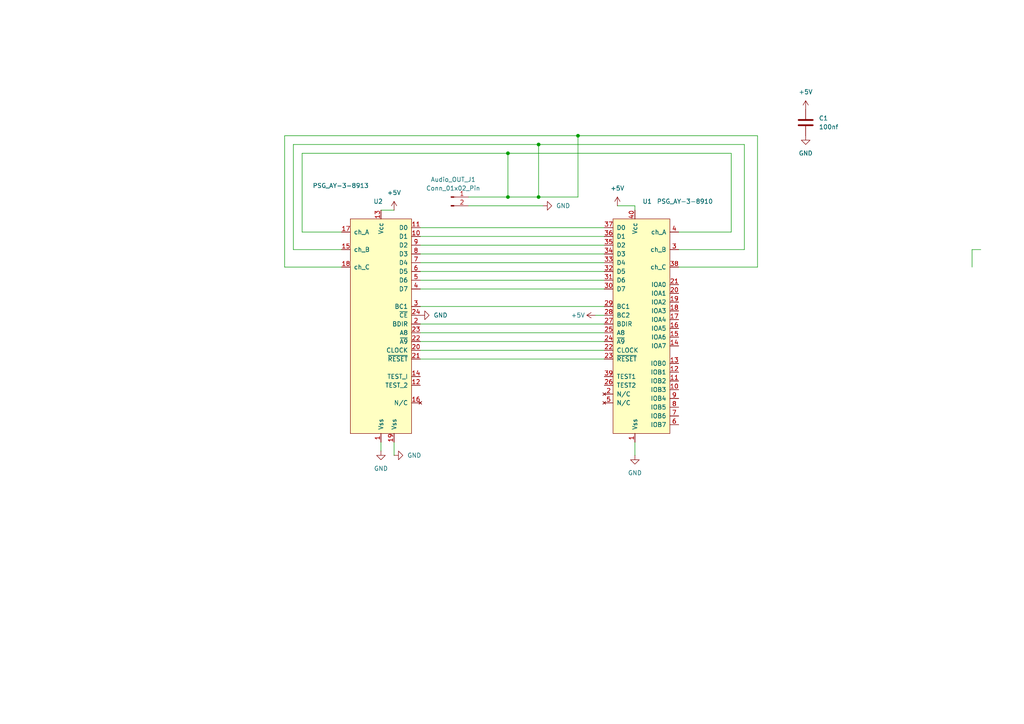
<source format=kicad_sch>
(kicad_sch
	(version 20231120)
	(generator "eeschema")
	(generator_version "8.0")
	(uuid "7974acf8-5d13-4c70-86b5-036fa6790939")
	(paper "A4")
	(title_block
		(title "8913-8910 Adapter Angle L")
		(date "2024-06-27")
		(rev "1.0a")
	)
	(lib_symbols
		(symbol "8bits:PSG_AY-3-8910"
			(pin_names
				(offset 1.016)
			)
			(exclude_from_sim no)
			(in_bom yes)
			(on_board yes)
			(property "Reference" "U1"
				(at 0.9241 34.29 0)
				(effects
					(font
						(size 1.27 1.27)
					)
					(justify left)
				)
			)
			(property "Value" "PSG_AY-3-8910"
				(at 5.08 34.29 0)
				(effects
					(font
						(size 1.27 1.27)
					)
					(justify left)
				)
			)
			(property "Footprint" "Package_DIP:DIP-40_W15.24mm_Socket"
				(at 1.27 30.48 0)
				(effects
					(font
						(size 1.27 1.27)
					)
					(hide yes)
				)
			)
			(property "Datasheet" "map.grauw.nl/resources/sound/generalinstrument_ay-3-8910.pdf"
				(at 1.27 30.48 0)
				(effects
					(font
						(size 1.27 1.27)
					)
					(hide yes)
				)
			)
			(property "Description" "3 Chanel Programable Sound Generator + 16 I/O"
				(at 0 0 0)
				(effects
					(font
						(size 1.27 1.27)
					)
					(hide yes)
				)
			)
			(property "ki_fp_filters" "Package_DIP:DIP-40_W15.24mm*"
				(at 0 0 0)
				(effects
					(font
						(size 1.27 1.27)
					)
					(hide yes)
				)
			)
			(symbol "PSG_AY-3-8910_0_1"
				(rectangle
					(start -7.62 29.21)
					(end 8.89 -33.02)
					(stroke
						(width 0)
						(type default)
					)
					(fill
						(type background)
					)
				)
			)
			(symbol "PSG_AY-3-8910_1_1"
				(pin power_in line
					(at -1.27 -35.56 90)
					(length 2.54)
					(name "Vss"
						(effects
							(font
								(size 1.27 1.27)
							)
						)
					)
					(number "1"
						(effects
							(font
								(size 1.27 1.27)
							)
						)
					)
				)
				(pin bidirectional line
					(at 11.43 -20.32 180)
					(length 2.54)
					(name "IOB3"
						(effects
							(font
								(size 1.27 1.27)
							)
						)
					)
					(number "10"
						(effects
							(font
								(size 1.27 1.27)
							)
						)
					)
				)
				(pin bidirectional line
					(at 11.43 -17.78 180)
					(length 2.54)
					(name "IOB2"
						(effects
							(font
								(size 1.27 1.27)
							)
						)
					)
					(number "11"
						(effects
							(font
								(size 1.27 1.27)
							)
						)
					)
				)
				(pin bidirectional line
					(at 11.43 -15.24 180)
					(length 2.54)
					(name "IOB1"
						(effects
							(font
								(size 1.27 1.27)
							)
						)
					)
					(number "12"
						(effects
							(font
								(size 1.27 1.27)
							)
						)
					)
				)
				(pin bidirectional line
					(at 11.43 -12.7 180)
					(length 2.54)
					(name "IOB0"
						(effects
							(font
								(size 1.27 1.27)
							)
						)
					)
					(number "13"
						(effects
							(font
								(size 1.27 1.27)
							)
						)
					)
				)
				(pin bidirectional line
					(at 11.43 -7.62 180)
					(length 2.54)
					(name "IOA7"
						(effects
							(font
								(size 1.27 1.27)
							)
						)
					)
					(number "14"
						(effects
							(font
								(size 1.27 1.27)
							)
						)
					)
				)
				(pin bidirectional line
					(at 11.43 -5.08 180)
					(length 2.54)
					(name "IOA6"
						(effects
							(font
								(size 1.27 1.27)
							)
						)
					)
					(number "15"
						(effects
							(font
								(size 1.27 1.27)
							)
						)
					)
				)
				(pin bidirectional line
					(at 11.43 -2.54 180)
					(length 2.54)
					(name "IOA5"
						(effects
							(font
								(size 1.27 1.27)
							)
						)
					)
					(number "16"
						(effects
							(font
								(size 1.27 1.27)
							)
						)
					)
				)
				(pin bidirectional line
					(at 11.43 0 180)
					(length 2.54)
					(name "IOA4"
						(effects
							(font
								(size 1.27 1.27)
							)
						)
					)
					(number "17"
						(effects
							(font
								(size 1.27 1.27)
							)
						)
					)
				)
				(pin bidirectional line
					(at 11.43 2.54 180)
					(length 2.54)
					(name "IOA3"
						(effects
							(font
								(size 1.27 1.27)
							)
						)
					)
					(number "18"
						(effects
							(font
								(size 1.27 1.27)
							)
						)
					)
				)
				(pin bidirectional line
					(at 11.43 5.08 180)
					(length 2.54)
					(name "IOA2"
						(effects
							(font
								(size 1.27 1.27)
							)
						)
					)
					(number "19"
						(effects
							(font
								(size 1.27 1.27)
							)
						)
					)
				)
				(pin no_connect line
					(at -10.16 -21.59 0)
					(length 2.54)
					(name "N/C"
						(effects
							(font
								(size 1.27 1.27)
							)
						)
					)
					(number "2"
						(effects
							(font
								(size 1.27 1.27)
							)
						)
					)
				)
				(pin bidirectional line
					(at 11.43 7.62 180)
					(length 2.54)
					(name "IOA1"
						(effects
							(font
								(size 1.27 1.27)
							)
						)
					)
					(number "20"
						(effects
							(font
								(size 1.27 1.27)
							)
						)
					)
				)
				(pin bidirectional line
					(at 11.43 10.16 180)
					(length 2.54)
					(name "IOA0"
						(effects
							(font
								(size 1.27 1.27)
							)
						)
					)
					(number "21"
						(effects
							(font
								(size 1.27 1.27)
							)
						)
					)
				)
				(pin input line
					(at -10.16 -8.89 0)
					(length 2.54)
					(name "CLOCK"
						(effects
							(font
								(size 1.27 1.27)
							)
						)
					)
					(number "22"
						(effects
							(font
								(size 1.27 1.27)
							)
						)
					)
				)
				(pin input line
					(at -10.16 -11.43 0)
					(length 2.54)
					(name "~{RESET}"
						(effects
							(font
								(size 1.27 1.27)
							)
						)
					)
					(number "23"
						(effects
							(font
								(size 1.27 1.27)
							)
						)
					)
				)
				(pin input line
					(at -10.16 -6.35 0)
					(length 2.54)
					(name "~{A9}"
						(effects
							(font
								(size 1.27 1.27)
							)
						)
					)
					(number "24"
						(effects
							(font
								(size 1.27 1.27)
							)
						)
					)
				)
				(pin input line
					(at -10.16 -3.81 0)
					(length 2.54)
					(name "A8"
						(effects
							(font
								(size 1.27 1.27)
							)
						)
					)
					(number "25"
						(effects
							(font
								(size 1.27 1.27)
							)
						)
					)
				)
				(pin input line
					(at -10.16 -19.05 0)
					(length 2.54)
					(name "TEST2"
						(effects
							(font
								(size 1.27 1.27)
							)
						)
					)
					(number "26"
						(effects
							(font
								(size 1.27 1.27)
							)
						)
					)
				)
				(pin input line
					(at -10.16 -1.27 0)
					(length 2.54)
					(name "BDIR"
						(effects
							(font
								(size 1.27 1.27)
							)
						)
					)
					(number "27"
						(effects
							(font
								(size 1.27 1.27)
							)
						)
					)
				)
				(pin input line
					(at -10.16 1.27 0)
					(length 2.54)
					(name "BC2"
						(effects
							(font
								(size 1.27 1.27)
							)
						)
					)
					(number "28"
						(effects
							(font
								(size 1.27 1.27)
							)
						)
					)
				)
				(pin input line
					(at -10.16 3.81 0)
					(length 2.54)
					(name "BC1"
						(effects
							(font
								(size 1.27 1.27)
							)
						)
					)
					(number "29"
						(effects
							(font
								(size 1.27 1.27)
							)
						)
					)
				)
				(pin output line
					(at 11.43 20.32 180)
					(length 2.54)
					(name "ch_B"
						(effects
							(font
								(size 1.27 1.27)
							)
						)
					)
					(number "3"
						(effects
							(font
								(size 1.27 1.27)
							)
						)
					)
				)
				(pin bidirectional line
					(at -10.16 8.89 0)
					(length 2.54)
					(name "D7"
						(effects
							(font
								(size 1.27 1.27)
							)
						)
					)
					(number "30"
						(effects
							(font
								(size 1.27 1.27)
							)
						)
					)
				)
				(pin bidirectional line
					(at -10.16 11.43 0)
					(length 2.54)
					(name "D6"
						(effects
							(font
								(size 1.27 1.27)
							)
						)
					)
					(number "31"
						(effects
							(font
								(size 1.27 1.27)
							)
						)
					)
				)
				(pin bidirectional line
					(at -10.16 13.97 0)
					(length 2.54)
					(name "D5"
						(effects
							(font
								(size 1.27 1.27)
							)
						)
					)
					(number "32"
						(effects
							(font
								(size 1.27 1.27)
							)
						)
					)
				)
				(pin bidirectional line
					(at -10.16 16.51 0)
					(length 2.54)
					(name "D4"
						(effects
							(font
								(size 1.27 1.27)
							)
						)
					)
					(number "33"
						(effects
							(font
								(size 1.27 1.27)
							)
						)
					)
				)
				(pin bidirectional line
					(at -10.16 19.05 0)
					(length 2.54)
					(name "D3"
						(effects
							(font
								(size 1.27 1.27)
							)
						)
					)
					(number "34"
						(effects
							(font
								(size 1.27 1.27)
							)
						)
					)
				)
				(pin bidirectional line
					(at -10.16 21.59 0)
					(length 2.54)
					(name "D2"
						(effects
							(font
								(size 1.27 1.27)
							)
						)
					)
					(number "35"
						(effects
							(font
								(size 1.27 1.27)
							)
						)
					)
				)
				(pin bidirectional line
					(at -10.16 24.13 0)
					(length 2.54)
					(name "D1"
						(effects
							(font
								(size 1.27 1.27)
							)
						)
					)
					(number "36"
						(effects
							(font
								(size 1.27 1.27)
							)
						)
					)
				)
				(pin bidirectional line
					(at -10.16 26.67 0)
					(length 2.54)
					(name "D0"
						(effects
							(font
								(size 1.27 1.27)
							)
						)
					)
					(number "37"
						(effects
							(font
								(size 1.27 1.27)
							)
						)
					)
				)
				(pin output line
					(at 11.43 15.24 180)
					(length 2.54)
					(name "ch_C"
						(effects
							(font
								(size 1.27 1.27)
							)
						)
					)
					(number "38"
						(effects
							(font
								(size 1.27 1.27)
							)
						)
					)
				)
				(pin input line
					(at -10.16 -16.51 0)
					(length 2.54)
					(name "TEST1"
						(effects
							(font
								(size 1.27 1.27)
							)
						)
					)
					(number "39"
						(effects
							(font
								(size 1.27 1.27)
							)
						)
					)
				)
				(pin output line
					(at 11.43 25.4 180)
					(length 2.54)
					(name "ch_A"
						(effects
							(font
								(size 1.27 1.27)
							)
						)
					)
					(number "4"
						(effects
							(font
								(size 1.27 1.27)
							)
						)
					)
				)
				(pin power_in line
					(at -1.27 31.75 270)
					(length 2.54)
					(name "Vcc"
						(effects
							(font
								(size 1.27 1.27)
							)
						)
					)
					(number "40"
						(effects
							(font
								(size 1.27 1.27)
							)
						)
					)
				)
				(pin no_connect line
					(at -10.16 -24.13 0)
					(length 2.54)
					(name "N/C"
						(effects
							(font
								(size 1.27 1.27)
							)
						)
					)
					(number "5"
						(effects
							(font
								(size 1.27 1.27)
							)
						)
					)
				)
				(pin bidirectional line
					(at 11.43 -30.48 180)
					(length 2.54)
					(name "IOB7"
						(effects
							(font
								(size 1.27 1.27)
							)
						)
					)
					(number "6"
						(effects
							(font
								(size 1.27 1.27)
							)
						)
					)
				)
				(pin bidirectional line
					(at 11.43 -27.94 180)
					(length 2.54)
					(name "IOB6"
						(effects
							(font
								(size 1.27 1.27)
							)
						)
					)
					(number "7"
						(effects
							(font
								(size 1.27 1.27)
							)
						)
					)
				)
				(pin bidirectional line
					(at 11.43 -25.4 180)
					(length 2.54)
					(name "IOB5"
						(effects
							(font
								(size 1.27 1.27)
							)
						)
					)
					(number "8"
						(effects
							(font
								(size 1.27 1.27)
							)
						)
					)
				)
				(pin bidirectional line
					(at 11.43 -22.86 180)
					(length 2.54)
					(name "IOB4"
						(effects
							(font
								(size 1.27 1.27)
							)
						)
					)
					(number "9"
						(effects
							(font
								(size 1.27 1.27)
							)
						)
					)
				)
			)
		)
		(symbol "8bits:PSG_AY-3-8913"
			(pin_names
				(offset 1.016)
			)
			(exclude_from_sim no)
			(in_bom yes)
			(on_board yes)
			(property "Reference" "U2"
				(at -2.1941 31.75 0)
				(effects
					(font
						(size 1.27 1.27)
					)
					(justify left)
				)
			)
			(property "Value" "PSG_AY-3-8913"
				(at -19.812 36.322 0)
				(effects
					(font
						(size 1.27 1.27)
					)
					(justify left)
				)
			)
			(property "Footprint" "Package_DIP:DIP-24_W15.24mm_LongPads"
				(at 0 27.94 0)
				(effects
					(font
						(size 1.27 1.27)
					)
					(hide yes)
				)
			)
			(property "Datasheet" "map.grauw.nl/resources/sound/generalinstrument_ay-3-8910.pdf"
				(at 0 27.94 0)
				(effects
					(font
						(size 1.27 1.27)
					)
					(hide yes)
				)
			)
			(property "Description" "3 Chanel Programable Sound Generator + 8 I/O"
				(at 0 0 0)
				(effects
					(font
						(size 1.27 1.27)
					)
					(hide yes)
				)
			)
			(property "ki_fp_filters" "Package_DIP:DIP-24_W15.24mm*"
				(at 0 0 0)
				(effects
					(font
						(size 1.27 1.27)
					)
					(hide yes)
				)
			)
			(symbol "PSG_AY-3-8913_0_1"
				(rectangle
					(start -8.89 26.67)
					(end 8.89 -35.56)
					(stroke
						(width 0)
						(type default)
					)
					(fill
						(type background)
					)
				)
			)
			(symbol "PSG_AY-3-8913_1_1"
				(pin power_in line
					(at 0 -38.1 90)
					(length 2.54)
					(name "Vss"
						(effects
							(font
								(size 1.27 1.27)
							)
						)
					)
					(number "1"
						(effects
							(font
								(size 1.27 1.27)
							)
						)
					)
				)
				(pin bidirectional line
					(at 11.43 21.59 180)
					(length 2.54)
					(name "D1"
						(effects
							(font
								(size 1.27 1.27)
							)
						)
					)
					(number "10"
						(effects
							(font
								(size 1.27 1.27)
							)
						)
					)
				)
				(pin bidirectional line
					(at 11.43 24.13 180)
					(length 2.54)
					(name "D0"
						(effects
							(font
								(size 1.27 1.27)
							)
						)
					)
					(number "11"
						(effects
							(font
								(size 1.27 1.27)
							)
						)
					)
				)
				(pin input line
					(at 11.43 -21.59 180)
					(length 2.54)
					(name "TEST_2"
						(effects
							(font
								(size 1.27 1.27)
							)
						)
					)
					(number "12"
						(effects
							(font
								(size 1.27 1.27)
							)
						)
					)
				)
				(pin power_in line
					(at 0 29.21 270)
					(length 2.54)
					(name "Vcc"
						(effects
							(font
								(size 1.27 1.27)
							)
						)
					)
					(number "13"
						(effects
							(font
								(size 1.27 1.27)
							)
						)
					)
				)
				(pin input line
					(at 11.43 -19.05 180)
					(length 2.54)
					(name "TEST_I"
						(effects
							(font
								(size 1.27 1.27)
							)
						)
					)
					(number "14"
						(effects
							(font
								(size 1.27 1.27)
							)
						)
					)
				)
				(pin output line
					(at -11.43 17.78 0)
					(length 2.54)
					(name "ch_B"
						(effects
							(font
								(size 1.27 1.27)
							)
						)
					)
					(number "15"
						(effects
							(font
								(size 1.27 1.27)
							)
						)
					)
				)
				(pin no_connect line
					(at 11.43 -26.67 180)
					(length 2.54)
					(name "N/C"
						(effects
							(font
								(size 1.27 1.27)
							)
						)
					)
					(number "16"
						(effects
							(font
								(size 1.27 1.27)
							)
						)
					)
				)
				(pin output line
					(at -11.43 22.86 0)
					(length 2.54)
					(name "ch_A"
						(effects
							(font
								(size 1.27 1.27)
							)
						)
					)
					(number "17"
						(effects
							(font
								(size 1.27 1.27)
							)
						)
					)
				)
				(pin output line
					(at -11.43 12.7 0)
					(length 2.54)
					(name "ch_C"
						(effects
							(font
								(size 1.27 1.27)
							)
						)
					)
					(number "18"
						(effects
							(font
								(size 1.27 1.27)
							)
						)
					)
				)
				(pin power_in line
					(at 3.81 -38.1 90)
					(length 2.54)
					(name "Vss"
						(effects
							(font
								(size 1.27 1.27)
							)
						)
					)
					(number "19"
						(effects
							(font
								(size 1.27 1.27)
							)
						)
					)
				)
				(pin input line
					(at 11.43 -3.81 180)
					(length 2.54)
					(name "BDIR"
						(effects
							(font
								(size 1.27 1.27)
							)
						)
					)
					(number "2"
						(effects
							(font
								(size 1.27 1.27)
							)
						)
					)
				)
				(pin input line
					(at 11.43 -11.43 180)
					(length 2.54)
					(name "CLOCK"
						(effects
							(font
								(size 1.27 1.27)
							)
						)
					)
					(number "20"
						(effects
							(font
								(size 1.27 1.27)
							)
						)
					)
				)
				(pin input line
					(at 11.43 -13.97 180)
					(length 2.54)
					(name "~{RESET}"
						(effects
							(font
								(size 1.27 1.27)
							)
						)
					)
					(number "21"
						(effects
							(font
								(size 1.27 1.27)
							)
						)
					)
				)
				(pin input line
					(at 11.43 -8.89 180)
					(length 2.54)
					(name "~{A9}"
						(effects
							(font
								(size 1.27 1.27)
							)
						)
					)
					(number "22"
						(effects
							(font
								(size 1.27 1.27)
							)
						)
					)
				)
				(pin input line
					(at 11.43 -6.35 180)
					(length 2.54)
					(name "A8"
						(effects
							(font
								(size 1.27 1.27)
							)
						)
					)
					(number "23"
						(effects
							(font
								(size 1.27 1.27)
							)
						)
					)
				)
				(pin input line
					(at 11.43 -1.27 180)
					(length 2.54)
					(name "~{CE}"
						(effects
							(font
								(size 1.27 1.27)
							)
						)
					)
					(number "24"
						(effects
							(font
								(size 1.27 1.27)
							)
						)
					)
				)
				(pin input line
					(at 11.43 1.27 180)
					(length 2.54)
					(name "BC1"
						(effects
							(font
								(size 1.27 1.27)
							)
						)
					)
					(number "3"
						(effects
							(font
								(size 1.27 1.27)
							)
						)
					)
				)
				(pin bidirectional line
					(at 11.43 6.35 180)
					(length 2.54)
					(name "D7"
						(effects
							(font
								(size 1.27 1.27)
							)
						)
					)
					(number "4"
						(effects
							(font
								(size 1.27 1.27)
							)
						)
					)
				)
				(pin bidirectional line
					(at 11.43 8.89 180)
					(length 2.54)
					(name "D6"
						(effects
							(font
								(size 1.27 1.27)
							)
						)
					)
					(number "5"
						(effects
							(font
								(size 1.27 1.27)
							)
						)
					)
				)
				(pin bidirectional line
					(at 11.43 11.43 180)
					(length 2.54)
					(name "D5"
						(effects
							(font
								(size 1.27 1.27)
							)
						)
					)
					(number "6"
						(effects
							(font
								(size 1.27 1.27)
							)
						)
					)
				)
				(pin bidirectional line
					(at 11.43 13.97 180)
					(length 2.54)
					(name "D4"
						(effects
							(font
								(size 1.27 1.27)
							)
						)
					)
					(number "7"
						(effects
							(font
								(size 1.27 1.27)
							)
						)
					)
				)
				(pin bidirectional line
					(at 11.43 16.51 180)
					(length 2.54)
					(name "D3"
						(effects
							(font
								(size 1.27 1.27)
							)
						)
					)
					(number "8"
						(effects
							(font
								(size 1.27 1.27)
							)
						)
					)
				)
				(pin bidirectional line
					(at 11.43 19.05 180)
					(length 2.54)
					(name "D2"
						(effects
							(font
								(size 1.27 1.27)
							)
						)
					)
					(number "9"
						(effects
							(font
								(size 1.27 1.27)
							)
						)
					)
				)
			)
		)
		(symbol "Connector:Conn_01x02_Pin"
			(pin_names
				(offset 1.016) hide)
			(exclude_from_sim no)
			(in_bom yes)
			(on_board yes)
			(property "Reference" "J"
				(at 0 2.54 0)
				(effects
					(font
						(size 1.27 1.27)
					)
				)
			)
			(property "Value" "Conn_01x02_Pin"
				(at 0 -5.08 0)
				(effects
					(font
						(size 1.27 1.27)
					)
				)
			)
			(property "Footprint" ""
				(at 0 0 0)
				(effects
					(font
						(size 1.27 1.27)
					)
					(hide yes)
				)
			)
			(property "Datasheet" "~"
				(at 0 0 0)
				(effects
					(font
						(size 1.27 1.27)
					)
					(hide yes)
				)
			)
			(property "Description" "Generic connector, single row, 01x02, script generated"
				(at 0 0 0)
				(effects
					(font
						(size 1.27 1.27)
					)
					(hide yes)
				)
			)
			(property "ki_locked" ""
				(at 0 0 0)
				(effects
					(font
						(size 1.27 1.27)
					)
				)
			)
			(property "ki_keywords" "connector"
				(at 0 0 0)
				(effects
					(font
						(size 1.27 1.27)
					)
					(hide yes)
				)
			)
			(property "ki_fp_filters" "Connector*:*_1x??_*"
				(at 0 0 0)
				(effects
					(font
						(size 1.27 1.27)
					)
					(hide yes)
				)
			)
			(symbol "Conn_01x02_Pin_1_1"
				(polyline
					(pts
						(xy 1.27 -2.54) (xy 0.8636 -2.54)
					)
					(stroke
						(width 0.1524)
						(type default)
					)
					(fill
						(type none)
					)
				)
				(polyline
					(pts
						(xy 1.27 0) (xy 0.8636 0)
					)
					(stroke
						(width 0.1524)
						(type default)
					)
					(fill
						(type none)
					)
				)
				(rectangle
					(start 0.8636 -2.413)
					(end 0 -2.667)
					(stroke
						(width 0.1524)
						(type default)
					)
					(fill
						(type outline)
					)
				)
				(rectangle
					(start 0.8636 0.127)
					(end 0 -0.127)
					(stroke
						(width 0.1524)
						(type default)
					)
					(fill
						(type outline)
					)
				)
				(pin passive line
					(at 5.08 0 180)
					(length 3.81)
					(name "Pin_1"
						(effects
							(font
								(size 1.27 1.27)
							)
						)
					)
					(number "1"
						(effects
							(font
								(size 1.27 1.27)
							)
						)
					)
				)
				(pin passive line
					(at 5.08 -2.54 180)
					(length 3.81)
					(name "Pin_2"
						(effects
							(font
								(size 1.27 1.27)
							)
						)
					)
					(number "2"
						(effects
							(font
								(size 1.27 1.27)
							)
						)
					)
				)
			)
		)
		(symbol "Device:C"
			(pin_numbers hide)
			(pin_names
				(offset 0.254)
			)
			(exclude_from_sim no)
			(in_bom yes)
			(on_board yes)
			(property "Reference" "C"
				(at 0.635 2.54 0)
				(effects
					(font
						(size 1.27 1.27)
					)
					(justify left)
				)
			)
			(property "Value" "C"
				(at 0.635 -2.54 0)
				(effects
					(font
						(size 1.27 1.27)
					)
					(justify left)
				)
			)
			(property "Footprint" ""
				(at 0.9652 -3.81 0)
				(effects
					(font
						(size 1.27 1.27)
					)
					(hide yes)
				)
			)
			(property "Datasheet" "~"
				(at 0 0 0)
				(effects
					(font
						(size 1.27 1.27)
					)
					(hide yes)
				)
			)
			(property "Description" "Unpolarized capacitor"
				(at 0 0 0)
				(effects
					(font
						(size 1.27 1.27)
					)
					(hide yes)
				)
			)
			(property "ki_keywords" "cap capacitor"
				(at 0 0 0)
				(effects
					(font
						(size 1.27 1.27)
					)
					(hide yes)
				)
			)
			(property "ki_fp_filters" "C_*"
				(at 0 0 0)
				(effects
					(font
						(size 1.27 1.27)
					)
					(hide yes)
				)
			)
			(symbol "C_0_1"
				(polyline
					(pts
						(xy -2.032 -0.762) (xy 2.032 -0.762)
					)
					(stroke
						(width 0.508)
						(type default)
					)
					(fill
						(type none)
					)
				)
				(polyline
					(pts
						(xy -2.032 0.762) (xy 2.032 0.762)
					)
					(stroke
						(width 0.508)
						(type default)
					)
					(fill
						(type none)
					)
				)
			)
			(symbol "C_1_1"
				(pin passive line
					(at 0 3.81 270)
					(length 2.794)
					(name "~"
						(effects
							(font
								(size 1.27 1.27)
							)
						)
					)
					(number "1"
						(effects
							(font
								(size 1.27 1.27)
							)
						)
					)
				)
				(pin passive line
					(at 0 -3.81 90)
					(length 2.794)
					(name "~"
						(effects
							(font
								(size 1.27 1.27)
							)
						)
					)
					(number "2"
						(effects
							(font
								(size 1.27 1.27)
							)
						)
					)
				)
			)
		)
		(symbol "power:+5V"
			(power)
			(pin_numbers hide)
			(pin_names
				(offset 0) hide)
			(exclude_from_sim no)
			(in_bom yes)
			(on_board yes)
			(property "Reference" "#PWR"
				(at 0 -3.81 0)
				(effects
					(font
						(size 1.27 1.27)
					)
					(hide yes)
				)
			)
			(property "Value" "+5V"
				(at 0 3.556 0)
				(effects
					(font
						(size 1.27 1.27)
					)
				)
			)
			(property "Footprint" ""
				(at 0 0 0)
				(effects
					(font
						(size 1.27 1.27)
					)
					(hide yes)
				)
			)
			(property "Datasheet" ""
				(at 0 0 0)
				(effects
					(font
						(size 1.27 1.27)
					)
					(hide yes)
				)
			)
			(property "Description" "Power symbol creates a global label with name \"+5V\""
				(at 0 0 0)
				(effects
					(font
						(size 1.27 1.27)
					)
					(hide yes)
				)
			)
			(property "ki_keywords" "global power"
				(at 0 0 0)
				(effects
					(font
						(size 1.27 1.27)
					)
					(hide yes)
				)
			)
			(symbol "+5V_0_1"
				(polyline
					(pts
						(xy -0.762 1.27) (xy 0 2.54)
					)
					(stroke
						(width 0)
						(type default)
					)
					(fill
						(type none)
					)
				)
				(polyline
					(pts
						(xy 0 0) (xy 0 2.54)
					)
					(stroke
						(width 0)
						(type default)
					)
					(fill
						(type none)
					)
				)
				(polyline
					(pts
						(xy 0 2.54) (xy 0.762 1.27)
					)
					(stroke
						(width 0)
						(type default)
					)
					(fill
						(type none)
					)
				)
			)
			(symbol "+5V_1_1"
				(pin power_in line
					(at 0 0 90)
					(length 0)
					(name "~"
						(effects
							(font
								(size 1.27 1.27)
							)
						)
					)
					(number "1"
						(effects
							(font
								(size 1.27 1.27)
							)
						)
					)
				)
			)
		)
		(symbol "power:GND"
			(power)
			(pin_numbers hide)
			(pin_names
				(offset 0) hide)
			(exclude_from_sim no)
			(in_bom yes)
			(on_board yes)
			(property "Reference" "#PWR"
				(at 0 -6.35 0)
				(effects
					(font
						(size 1.27 1.27)
					)
					(hide yes)
				)
			)
			(property "Value" "GND"
				(at 0 -3.81 0)
				(effects
					(font
						(size 1.27 1.27)
					)
				)
			)
			(property "Footprint" ""
				(at 0 0 0)
				(effects
					(font
						(size 1.27 1.27)
					)
					(hide yes)
				)
			)
			(property "Datasheet" ""
				(at 0 0 0)
				(effects
					(font
						(size 1.27 1.27)
					)
					(hide yes)
				)
			)
			(property "Description" "Power symbol creates a global label with name \"GND\" , ground"
				(at 0 0 0)
				(effects
					(font
						(size 1.27 1.27)
					)
					(hide yes)
				)
			)
			(property "ki_keywords" "global power"
				(at 0 0 0)
				(effects
					(font
						(size 1.27 1.27)
					)
					(hide yes)
				)
			)
			(symbol "GND_0_1"
				(polyline
					(pts
						(xy 0 0) (xy 0 -1.27) (xy 1.27 -1.27) (xy 0 -2.54) (xy -1.27 -1.27) (xy 0 -1.27)
					)
					(stroke
						(width 0)
						(type default)
					)
					(fill
						(type none)
					)
				)
			)
			(symbol "GND_1_1"
				(pin power_in line
					(at 0 0 270)
					(length 0)
					(name "~"
						(effects
							(font
								(size 1.27 1.27)
							)
						)
					)
					(number "1"
						(effects
							(font
								(size 1.27 1.27)
							)
						)
					)
				)
			)
		)
	)
	(junction
		(at 156.21 57.15)
		(diameter 0)
		(color 0 0 0 0)
		(uuid "7e9ba0e1-90c8-4564-bb40-7d60332cc2db")
	)
	(junction
		(at 156.21 41.91)
		(diameter 0)
		(color 0 0 0 0)
		(uuid "b4fb2b08-e80a-41e2-8424-0f004794ce48")
	)
	(junction
		(at 147.32 57.15)
		(diameter 0)
		(color 0 0 0 0)
		(uuid "ceaa23ca-9044-40bb-bc5b-dbeb3b054149")
	)
	(junction
		(at 167.64 39.37)
		(diameter 0)
		(color 0 0 0 0)
		(uuid "dcd96260-65aa-465e-9328-28da9dae1137")
	)
	(junction
		(at 147.32 44.45)
		(diameter 0)
		(color 0 0 0 0)
		(uuid "f7285a9f-b2f6-4c6d-9110-6cf7e36bfa75")
	)
	(wire
		(pts
			(xy 147.32 44.45) (xy 147.32 57.15)
		)
		(stroke
			(width 0)
			(type default)
		)
		(uuid "04288d69-9608-4365-908a-5e1c6611dc71")
	)
	(wire
		(pts
			(xy 121.92 104.14) (xy 175.26 104.14)
		)
		(stroke
			(width 0)
			(type default)
		)
		(uuid "05072ccf-53fb-4735-856a-be06de3c368a")
	)
	(wire
		(pts
			(xy 167.64 57.15) (xy 167.64 39.37)
		)
		(stroke
			(width 0)
			(type default)
		)
		(uuid "0b315812-0974-4f5d-961e-be3880fe1109")
	)
	(wire
		(pts
			(xy 110.49 128.27) (xy 110.49 130.81)
		)
		(stroke
			(width 0)
			(type default)
		)
		(uuid "0bc6bfdf-a7ef-4c2a-aa6a-7eca849fd5a0")
	)
	(wire
		(pts
			(xy 87.63 44.45) (xy 147.32 44.45)
		)
		(stroke
			(width 0)
			(type default)
		)
		(uuid "0e93925e-d610-44ba-8c7c-db016517067f")
	)
	(wire
		(pts
			(xy 121.92 76.2) (xy 175.26 76.2)
		)
		(stroke
			(width 0)
			(type default)
		)
		(uuid "1b87e4dd-9766-49aa-bd70-181607827e5e")
	)
	(wire
		(pts
			(xy 196.85 77.47) (xy 219.71 77.47)
		)
		(stroke
			(width 0)
			(type default)
		)
		(uuid "2b11ef83-63bf-4d12-8f09-2e1f36a93799")
	)
	(wire
		(pts
			(xy 156.21 41.91) (xy 215.9 41.91)
		)
		(stroke
			(width 0)
			(type default)
		)
		(uuid "2f249659-f196-4a2e-b5f4-806b530329c4")
	)
	(wire
		(pts
			(xy 121.92 71.12) (xy 175.26 71.12)
		)
		(stroke
			(width 0)
			(type default)
		)
		(uuid "2f780e71-bc64-46cc-8c75-a44f2086a5f8")
	)
	(wire
		(pts
			(xy 85.09 41.91) (xy 156.21 41.91)
		)
		(stroke
			(width 0)
			(type default)
		)
		(uuid "32b82091-fae6-4949-ad9e-f2ec92399629")
	)
	(wire
		(pts
			(xy 172.72 91.44) (xy 175.26 91.44)
		)
		(stroke
			(width 0)
			(type default)
		)
		(uuid "366bac0e-be5d-4ad4-87af-556bc016edac")
	)
	(wire
		(pts
			(xy 82.55 39.37) (xy 167.64 39.37)
		)
		(stroke
			(width 0)
			(type default)
		)
		(uuid "384aadc5-12a4-43cb-a04c-44170064e149")
	)
	(wire
		(pts
			(xy 212.09 67.31) (xy 212.09 44.45)
		)
		(stroke
			(width 0)
			(type default)
		)
		(uuid "4148c8b4-eaa4-455b-96c1-acf08277ec22")
	)
	(wire
		(pts
			(xy 196.85 67.31) (xy 212.09 67.31)
		)
		(stroke
			(width 0)
			(type default)
		)
		(uuid "6160c51c-bedf-4ae0-a349-cfff14d83e53")
	)
	(wire
		(pts
			(xy 281.94 72.39) (xy 281.94 77.47)
		)
		(stroke
			(width 0)
			(type default)
		)
		(uuid "6391fa9c-7408-406e-abad-9f5b65f38826")
	)
	(wire
		(pts
			(xy 156.21 57.15) (xy 156.21 41.91)
		)
		(stroke
			(width 0)
			(type default)
		)
		(uuid "668e90fa-37fd-4875-a594-e4f99869fa15")
	)
	(wire
		(pts
			(xy 284.48 72.39) (xy 281.94 72.39)
		)
		(stroke
			(width 0)
			(type default)
		)
		(uuid "67b9d127-3639-4fba-9018-dd0b5a332522")
	)
	(wire
		(pts
			(xy 121.92 78.74) (xy 175.26 78.74)
		)
		(stroke
			(width 0)
			(type default)
		)
		(uuid "6ca4d019-48eb-46d4-bb8b-7438ac50e14e")
	)
	(wire
		(pts
			(xy 219.71 77.47) (xy 219.71 39.37)
		)
		(stroke
			(width 0)
			(type default)
		)
		(uuid "6da919ee-3d45-4572-8367-59cf837f9d61")
	)
	(wire
		(pts
			(xy 114.3 60.96) (xy 110.49 60.96)
		)
		(stroke
			(width 0)
			(type default)
		)
		(uuid "78fc1c34-d6cb-4af0-badb-22aa816c7c14")
	)
	(wire
		(pts
			(xy 87.63 67.31) (xy 99.06 67.31)
		)
		(stroke
			(width 0)
			(type default)
		)
		(uuid "7b04e65b-ca20-45a9-80ed-25c99b5ac2ab")
	)
	(wire
		(pts
			(xy 99.06 72.39) (xy 85.09 72.39)
		)
		(stroke
			(width 0)
			(type default)
		)
		(uuid "7da1754d-0c01-4357-82b7-33ae55716ee4")
	)
	(wire
		(pts
			(xy 215.9 41.91) (xy 215.9 72.39)
		)
		(stroke
			(width 0)
			(type default)
		)
		(uuid "7e0552e5-eb1e-4fad-8213-c644000f1d13")
	)
	(wire
		(pts
			(xy 121.92 81.28) (xy 175.26 81.28)
		)
		(stroke
			(width 0)
			(type default)
		)
		(uuid "7e31fff8-7277-4b9c-a78b-f8d6bcecdad7")
	)
	(wire
		(pts
			(xy 121.92 93.98) (xy 175.26 93.98)
		)
		(stroke
			(width 0)
			(type default)
		)
		(uuid "7f3affad-4c41-42cb-b4c4-d5c73d6cf06a")
	)
	(wire
		(pts
			(xy 82.55 77.47) (xy 99.06 77.47)
		)
		(stroke
			(width 0)
			(type default)
		)
		(uuid "8496d408-dae2-4032-8f82-6adb299a6d32")
	)
	(wire
		(pts
			(xy 135.89 59.69) (xy 157.48 59.69)
		)
		(stroke
			(width 0)
			(type default)
		)
		(uuid "8ad43323-f3fd-4c59-bb2f-0df427a5345c")
	)
	(wire
		(pts
			(xy 121.92 101.6) (xy 175.26 101.6)
		)
		(stroke
			(width 0)
			(type default)
		)
		(uuid "8df74e85-e61b-4fcd-92d8-5180fdc168cc")
	)
	(wire
		(pts
			(xy 167.64 39.37) (xy 219.71 39.37)
		)
		(stroke
			(width 0)
			(type default)
		)
		(uuid "941ccd26-38cd-40a4-8803-f35ecefde2b5")
	)
	(wire
		(pts
			(xy 121.92 88.9) (xy 175.26 88.9)
		)
		(stroke
			(width 0)
			(type default)
		)
		(uuid "97620c56-bcb5-4e14-8bcb-5c8552406972")
	)
	(wire
		(pts
			(xy 184.15 59.69) (xy 184.15 60.96)
		)
		(stroke
			(width 0)
			(type default)
		)
		(uuid "a62dba70-5145-4190-ade0-69bfd3eebe40")
	)
	(wire
		(pts
			(xy 147.32 57.15) (xy 156.21 57.15)
		)
		(stroke
			(width 0)
			(type default)
		)
		(uuid "a7ed33c0-b05c-4aab-90e7-deb265dc79e7")
	)
	(wire
		(pts
			(xy 114.3 128.27) (xy 114.3 132.08)
		)
		(stroke
			(width 0)
			(type default)
		)
		(uuid "b2e52409-da53-4619-84c7-150b506b1231")
	)
	(wire
		(pts
			(xy 156.21 57.15) (xy 167.64 57.15)
		)
		(stroke
			(width 0)
			(type default)
		)
		(uuid "b43ce37d-bd7d-4324-93d9-ce232505d7d9")
	)
	(wire
		(pts
			(xy 196.85 72.39) (xy 215.9 72.39)
		)
		(stroke
			(width 0)
			(type default)
		)
		(uuid "b7336080-9f1c-411c-9c1a-815a39087f99")
	)
	(wire
		(pts
			(xy 121.92 83.82) (xy 175.26 83.82)
		)
		(stroke
			(width 0)
			(type default)
		)
		(uuid "b82e853c-5fbe-4958-8531-2b40d496bc28")
	)
	(wire
		(pts
			(xy 121.92 73.66) (xy 175.26 73.66)
		)
		(stroke
			(width 0)
			(type default)
		)
		(uuid "ceae09ea-0e71-4b8c-bb54-f8b8edd7cdad")
	)
	(wire
		(pts
			(xy 121.92 99.06) (xy 175.26 99.06)
		)
		(stroke
			(width 0)
			(type default)
		)
		(uuid "cf1d1304-5142-4bc7-9071-e4799bacb4cb")
	)
	(wire
		(pts
			(xy 87.63 44.45) (xy 87.63 67.31)
		)
		(stroke
			(width 0)
			(type default)
		)
		(uuid "d15fcf9c-835e-4c49-933c-b6a40a1e37c2")
	)
	(wire
		(pts
			(xy 121.92 96.52) (xy 175.26 96.52)
		)
		(stroke
			(width 0)
			(type default)
		)
		(uuid "d2bd0e13-3808-403d-b669-645190460668")
	)
	(wire
		(pts
			(xy 179.07 59.69) (xy 184.15 59.69)
		)
		(stroke
			(width 0)
			(type default)
		)
		(uuid "d7a50600-49a9-4091-baf8-79eb7096d4ea")
	)
	(wire
		(pts
			(xy 121.92 68.58) (xy 175.26 68.58)
		)
		(stroke
			(width 0)
			(type default)
		)
		(uuid "e46dac65-5a9e-4f37-a9c0-07f2805b2d49")
	)
	(wire
		(pts
			(xy 135.89 57.15) (xy 147.32 57.15)
		)
		(stroke
			(width 0)
			(type default)
		)
		(uuid "eadc5272-e784-4400-8dfb-2376ff83e10d")
	)
	(wire
		(pts
			(xy 147.32 44.45) (xy 212.09 44.45)
		)
		(stroke
			(width 0)
			(type default)
		)
		(uuid "eecaaf39-d01a-4688-bd1e-451a5e786eef")
	)
	(wire
		(pts
			(xy 184.15 128.27) (xy 184.15 132.08)
		)
		(stroke
			(width 0)
			(type default)
		)
		(uuid "f1c3ff7b-0961-495a-9066-a441a80310a9")
	)
	(wire
		(pts
			(xy 82.55 39.37) (xy 82.55 77.47)
		)
		(stroke
			(width 0)
			(type default)
		)
		(uuid "f64292d3-1507-4f87-8e44-0c3a8206f71c")
	)
	(wire
		(pts
			(xy 85.09 72.39) (xy 85.09 41.91)
		)
		(stroke
			(width 0)
			(type default)
		)
		(uuid "f7faed93-2c96-4895-9744-c91c822edcf0")
	)
	(wire
		(pts
			(xy 121.92 66.04) (xy 175.26 66.04)
		)
		(stroke
			(width 0)
			(type default)
		)
		(uuid "fabf5323-f058-4ac1-beba-b57e441767d8")
	)
	(symbol
		(lib_id "power:+5V")
		(at 172.72 91.44 90)
		(unit 1)
		(exclude_from_sim no)
		(in_bom yes)
		(on_board yes)
		(dnp no)
		(uuid "2f2d3015-ce6b-4ad1-a441-3b6909427c6f")
		(property "Reference" "#PWR06"
			(at 176.53 91.44 0)
			(effects
				(font
					(size 1.27 1.27)
				)
				(hide yes)
			)
		)
		(property "Value" "+5V"
			(at 167.64 91.44 90)
			(effects
				(font
					(size 1.27 1.27)
				)
			)
		)
		(property "Footprint" ""
			(at 172.72 91.44 0)
			(effects
				(font
					(size 1.27 1.27)
				)
				(hide yes)
			)
		)
		(property "Datasheet" ""
			(at 172.72 91.44 0)
			(effects
				(font
					(size 1.27 1.27)
				)
				(hide yes)
			)
		)
		(property "Description" "Power symbol creates a global label with name \"+5V\""
			(at 172.72 91.44 0)
			(effects
				(font
					(size 1.27 1.27)
				)
				(hide yes)
			)
		)
		(pin "1"
			(uuid "5a86a2be-35ed-4ce6-8b51-e4527bca1261")
		)
		(instances
			(project "adapter 8913-8910 long board reverse on air"
				(path "/7974acf8-5d13-4c70-86b5-036fa6790939"
					(reference "#PWR06")
					(unit 1)
				)
			)
		)
	)
	(symbol
		(lib_id "8bits:PSG_AY-3-8913")
		(at 110.49 90.17 0)
		(unit 1)
		(exclude_from_sim no)
		(in_bom yes)
		(on_board yes)
		(dnp no)
		(uuid "38f1ddbf-b60b-4931-9eec-4e339dfb3be0")
		(property "Reference" "U2"
			(at 108.2959 58.42 0)
			(effects
				(font
					(size 1.27 1.27)
				)
				(justify left)
			)
		)
		(property "Value" "PSG_AY-3-8913"
			(at 90.678 53.848 0)
			(effects
				(font
					(size 1.27 1.27)
				)
				(justify left)
			)
		)
		(property "Footprint" "Package_DIP:DIP-24_W15.24mm_LongPads"
			(at 110.49 62.23 0)
			(effects
				(font
					(size 1.27 1.27)
				)
				(hide yes)
			)
		)
		(property "Datasheet" "map.grauw.nl/resources/sound/generalinstrument_ay-3-8910.pdf"
			(at 110.49 62.23 0)
			(effects
				(font
					(size 1.27 1.27)
				)
				(hide yes)
			)
		)
		(property "Description" "3 Chanel Programable Sound Generator + 8 I/O"
			(at 110.49 90.17 0)
			(effects
				(font
					(size 1.27 1.27)
				)
				(hide yes)
			)
		)
		(pin "15"
			(uuid "a868c983-a0fa-4d7d-928f-eac563ddbbe4")
		)
		(pin "8"
			(uuid "30e33f49-df80-42d1-9ead-df295ea2320c")
		)
		(pin "12"
			(uuid "2ca6e59f-ac3e-423c-93b1-7d146382bfc4")
		)
		(pin "13"
			(uuid "cd44b58b-78ee-436e-8b9c-5913fcbc911b")
		)
		(pin "1"
			(uuid "7c3b618d-bb58-419c-b029-05c6232d1c2e")
		)
		(pin "14"
			(uuid "8f5dea96-eb1f-4e14-8810-d56b24b39dfe")
		)
		(pin "21"
			(uuid "dc7ca985-3865-4870-85ab-b6fb6aa9cd27")
		)
		(pin "19"
			(uuid "c6a0a73f-5996-407e-9a60-9f556d64574e")
		)
		(pin "24"
			(uuid "cdeec932-199e-495f-b7e0-f7a93030970d")
		)
		(pin "3"
			(uuid "fda6fdcc-4137-4e96-b069-08faec9e0d96")
		)
		(pin "20"
			(uuid "512200bc-cda9-43b4-9776-b5b106c47349")
		)
		(pin "5"
			(uuid "0ea122a4-006e-48a2-905c-b54e9fd69ed3")
		)
		(pin "23"
			(uuid "efbdb302-8b07-4f4b-a842-862ddf9cc818")
		)
		(pin "4"
			(uuid "4842b504-95ac-4004-97d8-a42b0b64a8aa")
		)
		(pin "7"
			(uuid "1f61c261-cf0b-4525-98d8-4469c2183f83")
		)
		(pin "10"
			(uuid "3c87aaf6-4b6c-4247-8d19-114cabb0f562")
		)
		(pin "11"
			(uuid "89e1f6f0-788a-4509-b851-c166acf35565")
		)
		(pin "6"
			(uuid "b8694351-bd46-47b9-8ecc-14c91462063f")
		)
		(pin "9"
			(uuid "60767072-99ed-461f-8b55-d485e824b6a3")
		)
		(pin "22"
			(uuid "76e5a715-c67b-475c-8d88-d60be9223f40")
		)
		(pin "16"
			(uuid "631b39c9-e9ce-4a0c-8852-8fa816b39204")
		)
		(pin "18"
			(uuid "e86a4d45-7026-4d62-823e-21576cd76766")
		)
		(pin "2"
			(uuid "3366e976-b535-4780-85a2-41e570884d3c")
		)
		(pin "17"
			(uuid "9ad31e6e-0d25-4cd5-9c4c-1c93577ffc36")
		)
		(instances
			(project "adapter 8913-8910 long board reverse on air"
				(path "/7974acf8-5d13-4c70-86b5-036fa6790939"
					(reference "U2")
					(unit 1)
				)
			)
		)
	)
	(symbol
		(lib_id "power:+5V")
		(at 179.07 59.69 0)
		(unit 1)
		(exclude_from_sim no)
		(in_bom yes)
		(on_board yes)
		(dnp no)
		(uuid "5d059d18-27b2-4b78-a7b0-0de80319365f")
		(property "Reference" "#PWR05"
			(at 179.07 63.5 0)
			(effects
				(font
					(size 1.27 1.27)
				)
				(hide yes)
			)
		)
		(property "Value" "+5V"
			(at 179.07 54.61 0)
			(effects
				(font
					(size 1.27 1.27)
				)
			)
		)
		(property "Footprint" ""
			(at 179.07 59.69 0)
			(effects
				(font
					(size 1.27 1.27)
				)
				(hide yes)
			)
		)
		(property "Datasheet" ""
			(at 179.07 59.69 0)
			(effects
				(font
					(size 1.27 1.27)
				)
				(hide yes)
			)
		)
		(property "Description" "Power symbol creates a global label with name \"+5V\""
			(at 179.07 59.69 0)
			(effects
				(font
					(size 1.27 1.27)
				)
				(hide yes)
			)
		)
		(pin "1"
			(uuid "3896a1d0-a167-42be-a511-88b99a623589")
		)
		(instances
			(project "adapter 8913-8910 long board reverse on air"
				(path "/7974acf8-5d13-4c70-86b5-036fa6790939"
					(reference "#PWR05")
					(unit 1)
				)
			)
		)
	)
	(symbol
		(lib_id "Device:C")
		(at 233.68 35.56 0)
		(unit 1)
		(exclude_from_sim no)
		(in_bom yes)
		(on_board yes)
		(dnp no)
		(fields_autoplaced yes)
		(uuid "6889ed8c-7022-4efc-a53f-70f2ef125892")
		(property "Reference" "C1"
			(at 237.49 34.2899 0)
			(effects
				(font
					(size 1.27 1.27)
				)
				(justify left)
			)
		)
		(property "Value" "100nf"
			(at 237.49 36.8299 0)
			(effects
				(font
					(size 1.27 1.27)
				)
				(justify left)
			)
		)
		(property "Footprint" "Capacitor_SMD:C_0805_2012Metric_Pad1.18x1.45mm_HandSolder"
			(at 234.6452 39.37 0)
			(effects
				(font
					(size 1.27 1.27)
				)
				(hide yes)
			)
		)
		(property "Datasheet" "~"
			(at 233.68 35.56 0)
			(effects
				(font
					(size 1.27 1.27)
				)
				(hide yes)
			)
		)
		(property "Description" "Unpolarized capacitor"
			(at 233.68 35.56 0)
			(effects
				(font
					(size 1.27 1.27)
				)
				(hide yes)
			)
		)
		(pin "1"
			(uuid "7a771342-8098-4dfe-9204-bbe71b8e2d37")
		)
		(pin "2"
			(uuid "4f07bdb6-fb12-46d2-b92b-aa6f9549db3a")
		)
		(instances
			(project ""
				(path "/7974acf8-5d13-4c70-86b5-036fa6790939"
					(reference "C1")
					(unit 1)
				)
			)
		)
	)
	(symbol
		(lib_id "power:GND")
		(at 233.68 39.37 0)
		(unit 1)
		(exclude_from_sim no)
		(in_bom yes)
		(on_board yes)
		(dnp no)
		(fields_autoplaced yes)
		(uuid "6e4e99df-329a-4d61-b3e3-c6294899e654")
		(property "Reference" "#PWR010"
			(at 233.68 45.72 0)
			(effects
				(font
					(size 1.27 1.27)
				)
				(hide yes)
			)
		)
		(property "Value" "GND"
			(at 233.68 44.45 0)
			(effects
				(font
					(size 1.27 1.27)
				)
			)
		)
		(property "Footprint" ""
			(at 233.68 39.37 0)
			(effects
				(font
					(size 1.27 1.27)
				)
				(hide yes)
			)
		)
		(property "Datasheet" ""
			(at 233.68 39.37 0)
			(effects
				(font
					(size 1.27 1.27)
				)
				(hide yes)
			)
		)
		(property "Description" "Power symbol creates a global label with name \"GND\" , ground"
			(at 233.68 39.37 0)
			(effects
				(font
					(size 1.27 1.27)
				)
				(hide yes)
			)
		)
		(pin "1"
			(uuid "e9858b76-fa8c-4671-8231-d3419b0f8af0")
		)
		(instances
			(project "adapter 8913-8910 long board reverse on air"
				(path "/7974acf8-5d13-4c70-86b5-036fa6790939"
					(reference "#PWR010")
					(unit 1)
				)
			)
		)
	)
	(symbol
		(lib_id "power:GND")
		(at 184.15 132.08 0)
		(unit 1)
		(exclude_from_sim no)
		(in_bom yes)
		(on_board yes)
		(dnp no)
		(fields_autoplaced yes)
		(uuid "83c7aa66-d5bc-4159-ae9e-c38b2a385aae")
		(property "Reference" "#PWR03"
			(at 184.15 138.43 0)
			(effects
				(font
					(size 1.27 1.27)
				)
				(hide yes)
			)
		)
		(property "Value" "GND"
			(at 184.15 137.16 0)
			(effects
				(font
					(size 1.27 1.27)
				)
			)
		)
		(property "Footprint" ""
			(at 184.15 132.08 0)
			(effects
				(font
					(size 1.27 1.27)
				)
				(hide yes)
			)
		)
		(property "Datasheet" ""
			(at 184.15 132.08 0)
			(effects
				(font
					(size 1.27 1.27)
				)
				(hide yes)
			)
		)
		(property "Description" "Power symbol creates a global label with name \"GND\" , ground"
			(at 184.15 132.08 0)
			(effects
				(font
					(size 1.27 1.27)
				)
				(hide yes)
			)
		)
		(pin "1"
			(uuid "4dc02da3-70ca-4bf9-a19f-62565ed87d22")
		)
		(instances
			(project "adapter 8913-8910 long board reverse on air"
				(path "/7974acf8-5d13-4c70-86b5-036fa6790939"
					(reference "#PWR03")
					(unit 1)
				)
			)
		)
	)
	(symbol
		(lib_id "power:GND")
		(at 157.48 59.69 90)
		(unit 1)
		(exclude_from_sim no)
		(in_bom yes)
		(on_board yes)
		(dnp no)
		(fields_autoplaced yes)
		(uuid "990d70d9-2a5d-4fbf-bafe-0a6b7e101946")
		(property "Reference" "#PWR07"
			(at 163.83 59.69 0)
			(effects
				(font
					(size 1.27 1.27)
				)
				(hide yes)
			)
		)
		(property "Value" "GND"
			(at 161.29 59.6899 90)
			(effects
				(font
					(size 1.27 1.27)
				)
				(justify right)
			)
		)
		(property "Footprint" ""
			(at 157.48 59.69 0)
			(effects
				(font
					(size 1.27 1.27)
				)
				(hide yes)
			)
		)
		(property "Datasheet" ""
			(at 157.48 59.69 0)
			(effects
				(font
					(size 1.27 1.27)
				)
				(hide yes)
			)
		)
		(property "Description" "Power symbol creates a global label with name \"GND\" , ground"
			(at 157.48 59.69 0)
			(effects
				(font
					(size 1.27 1.27)
				)
				(hide yes)
			)
		)
		(pin "1"
			(uuid "4d692a08-0038-42e9-9a73-d0425b4b331f")
		)
		(instances
			(project "adapter 8913-8910 long board reverse on air"
				(path "/7974acf8-5d13-4c70-86b5-036fa6790939"
					(reference "#PWR07")
					(unit 1)
				)
			)
		)
	)
	(symbol
		(lib_id "power:+5V")
		(at 233.68 31.75 0)
		(unit 1)
		(exclude_from_sim no)
		(in_bom yes)
		(on_board yes)
		(dnp no)
		(uuid "9a9cc8bd-94f7-445a-a1f5-efab0dcc47e5")
		(property "Reference" "#PWR09"
			(at 233.68 35.56 0)
			(effects
				(font
					(size 1.27 1.27)
				)
				(hide yes)
			)
		)
		(property "Value" "+5V"
			(at 233.68 26.67 0)
			(effects
				(font
					(size 1.27 1.27)
				)
			)
		)
		(property "Footprint" ""
			(at 233.68 31.75 0)
			(effects
				(font
					(size 1.27 1.27)
				)
				(hide yes)
			)
		)
		(property "Datasheet" ""
			(at 233.68 31.75 0)
			(effects
				(font
					(size 1.27 1.27)
				)
				(hide yes)
			)
		)
		(property "Description" "Power symbol creates a global label with name \"+5V\""
			(at 233.68 31.75 0)
			(effects
				(font
					(size 1.27 1.27)
				)
				(hide yes)
			)
		)
		(pin "1"
			(uuid "2a498132-5d4b-4115-9945-6c7efabb1aff")
		)
		(instances
			(project "adapter 8913-8910 long board reverse on air"
				(path "/7974acf8-5d13-4c70-86b5-036fa6790939"
					(reference "#PWR09")
					(unit 1)
				)
			)
		)
	)
	(symbol
		(lib_id "power:GND")
		(at 114.3 132.08 90)
		(unit 1)
		(exclude_from_sim no)
		(in_bom yes)
		(on_board yes)
		(dnp no)
		(fields_autoplaced yes)
		(uuid "ca392156-bb63-4501-8188-6fcbc3ef9df9")
		(property "Reference" "#PWR01"
			(at 120.65 132.08 0)
			(effects
				(font
					(size 1.27 1.27)
				)
				(hide yes)
			)
		)
		(property "Value" "GND"
			(at 118.11 132.0799 90)
			(effects
				(font
					(size 1.27 1.27)
				)
				(justify right)
			)
		)
		(property "Footprint" ""
			(at 114.3 132.08 0)
			(effects
				(font
					(size 1.27 1.27)
				)
				(hide yes)
			)
		)
		(property "Datasheet" ""
			(at 114.3 132.08 0)
			(effects
				(font
					(size 1.27 1.27)
				)
				(hide yes)
			)
		)
		(property "Description" "Power symbol creates a global label with name \"GND\" , ground"
			(at 114.3 132.08 0)
			(effects
				(font
					(size 1.27 1.27)
				)
				(hide yes)
			)
		)
		(pin "1"
			(uuid "d92579aa-158f-45fb-86be-f06f8c9559ec")
		)
		(instances
			(project "adapter 8913-8910 long board reverse on air"
				(path "/7974acf8-5d13-4c70-86b5-036fa6790939"
					(reference "#PWR01")
					(unit 1)
				)
			)
		)
	)
	(symbol
		(lib_id "power:+5V")
		(at 114.3 60.96 0)
		(unit 1)
		(exclude_from_sim no)
		(in_bom yes)
		(on_board yes)
		(dnp no)
		(fields_autoplaced yes)
		(uuid "d17f47ee-a175-4bb7-8ee9-be23b05f0e86")
		(property "Reference" "#PWR04"
			(at 114.3 64.77 0)
			(effects
				(font
					(size 1.27 1.27)
				)
				(hide yes)
			)
		)
		(property "Value" "+5V"
			(at 114.3 55.88 0)
			(effects
				(font
					(size 1.27 1.27)
				)
			)
		)
		(property "Footprint" ""
			(at 114.3 60.96 0)
			(effects
				(font
					(size 1.27 1.27)
				)
				(hide yes)
			)
		)
		(property "Datasheet" ""
			(at 114.3 60.96 0)
			(effects
				(font
					(size 1.27 1.27)
				)
				(hide yes)
			)
		)
		(property "Description" "Power symbol creates a global label with name \"+5V\""
			(at 114.3 60.96 0)
			(effects
				(font
					(size 1.27 1.27)
				)
				(hide yes)
			)
		)
		(pin "1"
			(uuid "b4ecc2cd-f157-4fc1-a59c-b4ae830cdfe8")
		)
		(instances
			(project "adapter 8913-8910 long board reverse on air"
				(path "/7974acf8-5d13-4c70-86b5-036fa6790939"
					(reference "#PWR04")
					(unit 1)
				)
			)
		)
	)
	(symbol
		(lib_id "power:GND")
		(at 121.92 91.44 90)
		(unit 1)
		(exclude_from_sim no)
		(in_bom yes)
		(on_board yes)
		(dnp no)
		(fields_autoplaced yes)
		(uuid "d7525326-ba26-4bd0-9b2d-1f0f1613785c")
		(property "Reference" "#PWR08"
			(at 128.27 91.44 0)
			(effects
				(font
					(size 1.27 1.27)
				)
				(hide yes)
			)
		)
		(property "Value" "GND"
			(at 125.73 91.4399 90)
			(effects
				(font
					(size 1.27 1.27)
				)
				(justify right)
			)
		)
		(property "Footprint" ""
			(at 121.92 91.44 0)
			(effects
				(font
					(size 1.27 1.27)
				)
				(hide yes)
			)
		)
		(property "Datasheet" ""
			(at 121.92 91.44 0)
			(effects
				(font
					(size 1.27 1.27)
				)
				(hide yes)
			)
		)
		(property "Description" "Power symbol creates a global label with name \"GND\" , ground"
			(at 121.92 91.44 0)
			(effects
				(font
					(size 1.27 1.27)
				)
				(hide yes)
			)
		)
		(pin "1"
			(uuid "840c8520-226a-466c-9f82-8a0ae20a9062")
		)
		(instances
			(project "adapter 8913-8910 long board reverse on air"
				(path "/7974acf8-5d13-4c70-86b5-036fa6790939"
					(reference "#PWR08")
					(unit 1)
				)
			)
		)
	)
	(symbol
		(lib_id "8bits:PSG_AY-3-8910")
		(at 185.42 92.71 0)
		(unit 1)
		(exclude_from_sim no)
		(in_bom yes)
		(on_board yes)
		(dnp no)
		(uuid "e98a4a93-4043-42a4-ac13-de99ab1e21f3")
		(property "Reference" "U1"
			(at 186.3441 58.42 0)
			(effects
				(font
					(size 1.27 1.27)
				)
				(justify left)
			)
		)
		(property "Value" "PSG_AY-3-8910"
			(at 190.5 58.42 0)
			(effects
				(font
					(size 1.27 1.27)
				)
				(justify left)
			)
		)
		(property "Footprint" "Package_DIP:DIP-40_W15.24mm_Socket"
			(at 186.69 62.23 0)
			(effects
				(font
					(size 1.27 1.27)
				)
				(hide yes)
			)
		)
		(property "Datasheet" "map.grauw.nl/resources/sound/generalinstrument_ay-3-8910.pdf"
			(at 186.69 62.23 0)
			(effects
				(font
					(size 1.27 1.27)
				)
				(hide yes)
			)
		)
		(property "Description" "3 Chanel Programable Sound Generator + 16 I/O"
			(at 185.42 92.71 0)
			(effects
				(font
					(size 1.27 1.27)
				)
				(hide yes)
			)
		)
		(pin "10"
			(uuid "33beeb55-16a5-48ea-8ee8-ba4f7f003458")
		)
		(pin "11"
			(uuid "6b755f11-0a63-4d33-9e70-67073c111d0b")
		)
		(pin "1"
			(uuid "8ef8c6ab-29e3-490f-9ed9-04ca3fff04b2")
		)
		(pin "36"
			(uuid "5e504d4a-9a9b-4916-9882-449d7f3652e5")
		)
		(pin "9"
			(uuid "921339ee-2a3d-47d1-9293-cececf0e36cd")
		)
		(pin "32"
			(uuid "71083f59-e5a8-4cea-a73d-df15670b33e0")
		)
		(pin "29"
			(uuid "42cd8626-d59c-4815-94da-42476cdd8649")
		)
		(pin "7"
			(uuid "9be54f16-bfa5-400d-a012-18854fc22aed")
		)
		(pin "19"
			(uuid "d697b435-bb8c-47fb-a6f9-3db4eac402fa")
		)
		(pin "35"
			(uuid "7ecd8c22-b9b3-432e-bba8-eac33cdedeac")
		)
		(pin "16"
			(uuid "4fff6545-529b-4040-8b07-b6a2b6915782")
		)
		(pin "6"
			(uuid "9f9637ce-f123-44a4-9505-457b7fa7126e")
		)
		(pin "15"
			(uuid "f20e3c37-d78e-4c84-8aac-e57fa196d021")
		)
		(pin "20"
			(uuid "cb071273-5755-49fe-9e51-c4d22eae090f")
		)
		(pin "27"
			(uuid "b510c1c8-efca-4c3b-b6dc-3f6da572a4bd")
		)
		(pin "30"
			(uuid "7ad249d3-688c-4a70-81bd-2ef5087b2c14")
		)
		(pin "33"
			(uuid "e2a00758-0cbd-4229-b0e4-2ad401072f98")
		)
		(pin "34"
			(uuid "f9f1b4c0-d089-437d-95cf-d236a7642fce")
		)
		(pin "24"
			(uuid "d33c0c6b-8c78-454c-b21f-2a3d912d1736")
		)
		(pin "14"
			(uuid "edd202af-cb18-49fe-8bf6-4d9cf7b4604f")
		)
		(pin "22"
			(uuid "da6922d3-7c9c-4463-8808-012b85fc22b2")
		)
		(pin "3"
			(uuid "7d8a2b1b-cc23-4d77-84a4-fddf1a45101c")
		)
		(pin "5"
			(uuid "efd80139-ce32-4500-b846-0e3279aaedf8")
		)
		(pin "8"
			(uuid "02f4d9f8-7563-4274-adab-388980cd89da")
		)
		(pin "31"
			(uuid "0a0a6e54-e5b0-4984-8814-97018c4d44e6")
		)
		(pin "13"
			(uuid "8f3061f8-dbec-4b03-a587-96a1d96af9fb")
		)
		(pin "39"
			(uuid "43b11bdb-0109-448c-9bc7-e7767c900810")
		)
		(pin "28"
			(uuid "ee6be362-e146-4025-a0ac-9c00ef5dffa3")
		)
		(pin "38"
			(uuid "6b2a454d-04f5-4a04-94b0-3c2ede9a1c1e")
		)
		(pin "40"
			(uuid "e0601583-2550-4718-ac45-4aa2e90c1afd")
		)
		(pin "37"
			(uuid "e47f5f03-ea8a-435d-b784-7397875ea2f3")
		)
		(pin "21"
			(uuid "95f9a888-1d06-447c-82bf-f8ebae9a692f")
		)
		(pin "17"
			(uuid "f19b704f-5238-4d1c-93c2-6daaf05fc210")
		)
		(pin "18"
			(uuid "fbc5c43a-504a-4183-aa2c-d8e8f3b99d78")
		)
		(pin "12"
			(uuid "679c110e-6bce-4073-9d5e-537c52e120f2")
		)
		(pin "23"
			(uuid "90ba6ef8-ad9a-445d-a502-26f25bc4a1e9")
		)
		(pin "25"
			(uuid "b2aee086-3fb1-4382-a98b-2f562e6096e8")
		)
		(pin "2"
			(uuid "bb78297d-875a-4855-9c56-894dbce891fd")
		)
		(pin "26"
			(uuid "d5d9fc3c-42f6-4064-bafe-1f07a9c7cbd7")
		)
		(pin "4"
			(uuid "fdfdd463-1870-449c-b6b5-07896aa14314")
		)
		(instances
			(project "adapter 8913-8910 long board reverse on air"
				(path "/7974acf8-5d13-4c70-86b5-036fa6790939"
					(reference "U1")
					(unit 1)
				)
			)
		)
	)
	(symbol
		(lib_id "Connector:Conn_01x02_Pin")
		(at 130.81 57.15 0)
		(unit 1)
		(exclude_from_sim no)
		(in_bom yes)
		(on_board yes)
		(dnp no)
		(fields_autoplaced yes)
		(uuid "f3c6ac0a-aa0c-47c0-8f12-ce3cc707f771")
		(property "Reference" "Audio_OUT_J1"
			(at 131.445 52.07 0)
			(effects
				(font
					(size 1.27 1.27)
				)
			)
		)
		(property "Value" "Conn_01x02_Pin"
			(at 131.445 54.61 0)
			(effects
				(font
					(size 1.27 1.27)
				)
			)
		)
		(property "Footprint" "Connector_PinHeader_2.54mm:PinHeader_1x02_P2.54mm_Vertical"
			(at 130.81 57.15 0)
			(effects
				(font
					(size 1.27 1.27)
				)
				(hide yes)
			)
		)
		(property "Datasheet" "~"
			(at 130.81 57.15 0)
			(effects
				(font
					(size 1.27 1.27)
				)
				(hide yes)
			)
		)
		(property "Description" "Generic connector, single row, 01x02, script generated"
			(at 130.81 57.15 0)
			(effects
				(font
					(size 1.27 1.27)
				)
				(hide yes)
			)
		)
		(pin "1"
			(uuid "c2a46603-c7b6-440f-b7bf-71f723491d9f")
		)
		(pin "2"
			(uuid "154ce51b-d139-4593-a82a-492776932aab")
		)
		(instances
			(project "adapter 8913-8910 long board reverse on air"
				(path "/7974acf8-5d13-4c70-86b5-036fa6790939"
					(reference "Audio_OUT_J1")
					(unit 1)
				)
			)
		)
	)
	(symbol
		(lib_id "power:GND")
		(at 110.49 130.81 0)
		(unit 1)
		(exclude_from_sim no)
		(in_bom yes)
		(on_board yes)
		(dnp no)
		(fields_autoplaced yes)
		(uuid "f66ab5db-80e0-47fe-981d-f26ff80279c1")
		(property "Reference" "#PWR02"
			(at 110.49 137.16 0)
			(effects
				(font
					(size 1.27 1.27)
				)
				(hide yes)
			)
		)
		(property "Value" "GND"
			(at 110.49 135.89 0)
			(effects
				(font
					(size 1.27 1.27)
				)
			)
		)
		(property "Footprint" ""
			(at 110.49 130.81 0)
			(effects
				(font
					(size 1.27 1.27)
				)
				(hide yes)
			)
		)
		(property "Datasheet" ""
			(at 110.49 130.81 0)
			(effects
				(font
					(size 1.27 1.27)
				)
				(hide yes)
			)
		)
		(property "Description" "Power symbol creates a global label with name \"GND\" , ground"
			(at 110.49 130.81 0)
			(effects
				(font
					(size 1.27 1.27)
				)
				(hide yes)
			)
		)
		(pin "1"
			(uuid "ffc9d16e-a6a0-4238-8c57-b6621b369614")
		)
		(instances
			(project "adapter 8913-8910 long board reverse on air"
				(path "/7974acf8-5d13-4c70-86b5-036fa6790939"
					(reference "#PWR02")
					(unit 1)
				)
			)
		)
	)
	(sheet_instances
		(path "/"
			(page "1")
		)
	)
)

</source>
